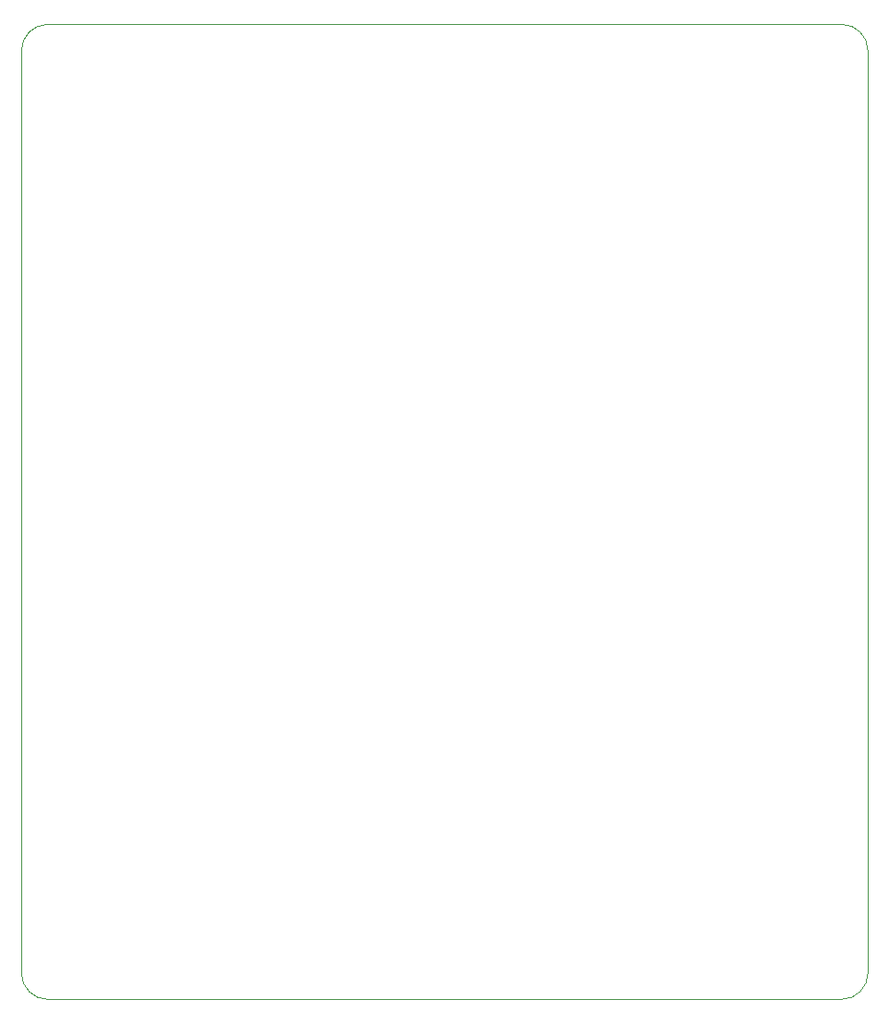
<source format=gbr>
%TF.GenerationSoftware,KiCad,Pcbnew,7.0.10*%
%TF.CreationDate,2024-06-26T03:26:06-03:00*%
%TF.ProjectId,board,626f6172-642e-46b6-9963-61645f706362,1.3*%
%TF.SameCoordinates,Original*%
%TF.FileFunction,Profile,NP*%
%FSLAX46Y46*%
G04 Gerber Fmt 4.6, Leading zero omitted, Abs format (unit mm)*
G04 Created by KiCad (PCBNEW 7.0.10) date 2024-06-26 03:26:06*
%MOMM*%
%LPD*%
G01*
G04 APERTURE LIST*
%TA.AperFunction,Profile*%
%ADD10C,0.050000*%
%TD*%
G04 APERTURE END LIST*
D10*
X184823800Y-40092000D02*
G75*
G03*
X182410800Y-37679000I-2413000J0D01*
G01*
X182410800Y-37679000D02*
X109601000Y-37679000D01*
X182410800Y-127000000D02*
G75*
G03*
X184823800Y-124587000I0J2413000D01*
G01*
X107188000Y-124587000D02*
G75*
G03*
X109601000Y-127000000I2413000J0D01*
G01*
X107188000Y-40092000D02*
X107188000Y-124587000D01*
X184823800Y-124587000D02*
X184823800Y-40092000D01*
X109601000Y-127000000D02*
X182410800Y-127000000D01*
X109601000Y-37679000D02*
G75*
G03*
X107188000Y-40092000I0J-2413000D01*
G01*
M02*

</source>
